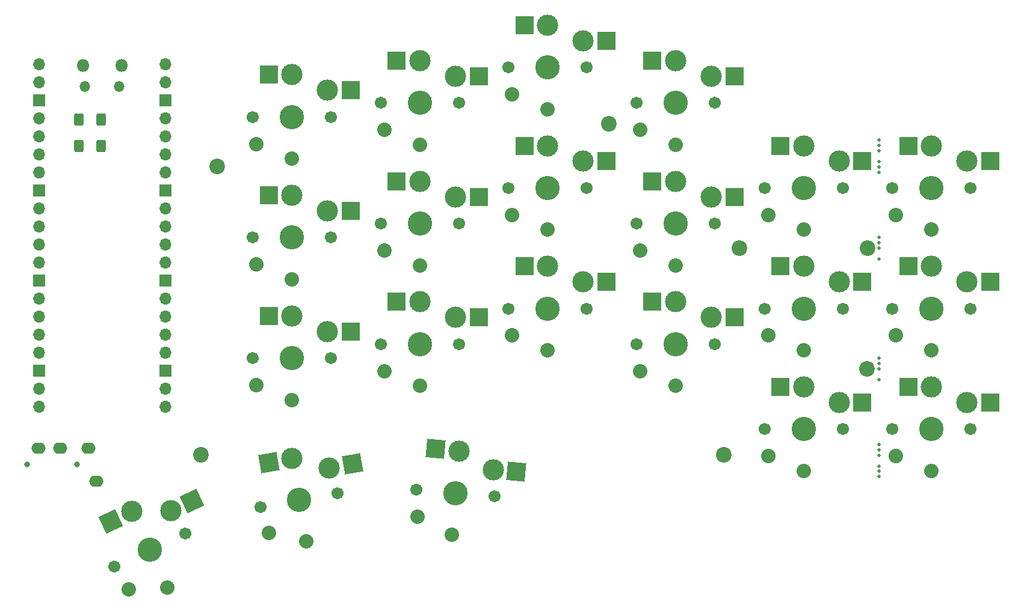
<source format=gbr>
%TF.GenerationSoftware,KiCad,Pcbnew,7.0.5*%
%TF.CreationDate,2023-07-11T21:22:30+02:00*%
%TF.ProjectId,keyboard_pcb,6b657962-6f61-4726-945f-7063622e6b69,rev1.0*%
%TF.SameCoordinates,Original*%
%TF.FileFunction,Soldermask,Bot*%
%TF.FilePolarity,Negative*%
%FSLAX46Y46*%
G04 Gerber Fmt 4.6, Leading zero omitted, Abs format (unit mm)*
G04 Created by KiCad (PCBNEW 7.0.5) date 2023-07-11 21:22:30*
%MOMM*%
%LPD*%
G01*
G04 APERTURE LIST*
G04 Aperture macros list*
%AMRoundRect*
0 Rectangle with rounded corners*
0 $1 Rounding radius*
0 $2 $3 $4 $5 $6 $7 $8 $9 X,Y pos of 4 corners*
0 Add a 4 corners polygon primitive as box body*
4,1,4,$2,$3,$4,$5,$6,$7,$8,$9,$2,$3,0*
0 Add four circle primitives for the rounded corners*
1,1,$1+$1,$2,$3*
1,1,$1+$1,$4,$5*
1,1,$1+$1,$6,$7*
1,1,$1+$1,$8,$9*
0 Add four rect primitives between the rounded corners*
20,1,$1+$1,$2,$3,$4,$5,0*
20,1,$1+$1,$4,$5,$6,$7,0*
20,1,$1+$1,$6,$7,$8,$9,0*
20,1,$1+$1,$8,$9,$2,$3,0*%
%AMRotRect*
0 Rectangle, with rotation*
0 The origin of the aperture is its center*
0 $1 length*
0 $2 width*
0 $3 Rotation angle, in degrees counterclockwise*
0 Add horizontal line*
21,1,$1,$2,0,0,$3*%
G04 Aperture macros list end*
%ADD10C,3.429000*%
%ADD11C,1.701800*%
%ADD12C,3.000000*%
%ADD13R,2.600000X2.600000*%
%ADD14C,2.032000*%
%ADD15O,1.500000X1.500000*%
%ADD16O,1.800000X1.800000*%
%ADD17O,1.700000X1.700000*%
%ADD18R,1.700000X1.700000*%
%ADD19RotRect,2.600000X2.600000X355.000000*%
%ADD20C,0.800000*%
%ADD21O,2.000000X1.600000*%
%ADD22RotRect,2.600000X2.600000X25.000000*%
%ADD23RotRect,2.600000X2.600000X10.000000*%
%ADD24RoundRect,0.250000X0.400000X0.625000X-0.400000X0.625000X-0.400000X-0.625000X0.400000X-0.625000X0*%
%ADD25C,2.200000*%
%ADD26C,0.500000*%
%ADD27RoundRect,0.250000X-0.400000X-0.625000X0.400000X-0.625000X0.400000X0.625000X-0.400000X0.625000X0*%
G04 APERTURE END LIST*
D10*
%TO.C,K25*%
X105240000Y-94000000D03*
D11*
X110740000Y-94000000D03*
D12*
X110240000Y-90250000D03*
D11*
X99740000Y-94000000D03*
D12*
X105240000Y-88050000D03*
D13*
X101965000Y-88050000D03*
D14*
X105240000Y-99900000D03*
X100240000Y-97800000D03*
D13*
X113515000Y-90250000D03*
%TD*%
D12*
%TO.C,K24*%
X128240000Y-88250000D03*
D10*
X123240000Y-92000000D03*
D12*
X123240000Y-86050000D03*
D11*
X117740000Y-92000000D03*
X128740000Y-92000000D03*
D13*
X119965000Y-86050000D03*
D14*
X123240000Y-97900000D03*
X118240000Y-95800000D03*
D13*
X131515000Y-88250000D03*
%TD*%
D10*
%TO.C,K21*%
X177240000Y-104000000D03*
D11*
X171740000Y-104000000D03*
D12*
X177240000Y-98050000D03*
D11*
X182740000Y-104000000D03*
D12*
X182240000Y-100250000D03*
D14*
X177240000Y-109900000D03*
D13*
X173965000Y-98050000D03*
D14*
X172240000Y-107800000D03*
D13*
X185515000Y-100250000D03*
%TD*%
D11*
%TO.C,K02*%
X164740000Y-58000000D03*
D10*
X159240000Y-58000000D03*
D11*
X153740000Y-58000000D03*
D12*
X159240000Y-52050000D03*
X164240000Y-54250000D03*
D13*
X155965000Y-52050000D03*
D14*
X159240000Y-63900000D03*
X154240000Y-61800000D03*
D13*
X167515000Y-54250000D03*
%TD*%
D11*
%TO.C,K10*%
X189740000Y-87000000D03*
D12*
X195240000Y-81050000D03*
D10*
X195240000Y-87000000D03*
D12*
X200240000Y-83250000D03*
D11*
X200740000Y-87000000D03*
D14*
X195240000Y-92900000D03*
D13*
X191965000Y-81050000D03*
X203515000Y-83250000D03*
D14*
X190240000Y-90800000D03*
%TD*%
D15*
%TO.C,U2*%
X76111800Y-55738000D03*
X80961800Y-55738000D03*
D16*
X81261800Y-52708000D03*
X75811800Y-52708000D03*
D17*
X69646800Y-52578000D03*
X69646800Y-55118000D03*
D18*
X69646800Y-57658000D03*
D17*
X69646800Y-60198000D03*
X69646800Y-62738000D03*
X69646800Y-65278000D03*
X69646800Y-67818000D03*
D18*
X69646800Y-70358000D03*
D17*
X69646800Y-72898000D03*
X69646800Y-75438000D03*
X69646800Y-77978000D03*
X69646800Y-80518000D03*
D18*
X69646800Y-83058000D03*
D17*
X69646800Y-85598000D03*
X69646800Y-88138000D03*
X69646800Y-90678000D03*
X69646800Y-93218000D03*
D18*
X69646800Y-95758000D03*
D17*
X69646800Y-98298000D03*
X69646800Y-100838000D03*
X87426800Y-100838000D03*
X87426800Y-98298000D03*
D18*
X87426800Y-95758000D03*
D17*
X87426800Y-93218000D03*
X87426800Y-90678000D03*
X87426800Y-88138000D03*
X87426800Y-85598000D03*
D18*
X87426800Y-83058000D03*
D17*
X87426800Y-80518000D03*
X87426800Y-77978000D03*
X87426800Y-75438000D03*
X87426800Y-72898000D03*
D18*
X87426800Y-70358000D03*
D17*
X87426800Y-67818000D03*
X87426800Y-65278000D03*
X87426800Y-62738000D03*
X87426800Y-60198000D03*
D18*
X87426800Y-57658000D03*
D17*
X87426800Y-55118000D03*
X87426800Y-52578000D03*
%TD*%
D12*
%TO.C,K04*%
X128240000Y-54250000D03*
D10*
X123240000Y-58000000D03*
D11*
X128740000Y-58000000D03*
X117740000Y-58000000D03*
D12*
X123240000Y-52050000D03*
D13*
X119965000Y-52050000D03*
D14*
X123240000Y-63900000D03*
X118240000Y-61800000D03*
D13*
X131515000Y-54250000D03*
%TD*%
D12*
%TO.C,K12*%
X164240000Y-71250000D03*
X159240000Y-69050000D03*
D11*
X164740000Y-75000000D03*
D10*
X159240000Y-75000000D03*
D11*
X153740000Y-75000000D03*
D13*
X155965000Y-69050000D03*
D14*
X159240000Y-80900000D03*
D13*
X167515000Y-71250000D03*
D14*
X154240000Y-78800000D03*
%TD*%
D12*
%TO.C,K30*%
X133547808Y-109700049D03*
D11*
X133719071Y-113479357D03*
D12*
X128758577Y-107072642D03*
D11*
X122760929Y-112520643D03*
D10*
X128240000Y-113000000D03*
D14*
X127725781Y-118877549D03*
D19*
X125496039Y-106787206D03*
D14*
X122927835Y-116349761D03*
D19*
X136810345Y-109985484D03*
%TD*%
D12*
%TO.C,K01*%
X177240000Y-64050000D03*
D11*
X182740000Y-70000000D03*
D12*
X182240000Y-66250000D03*
D11*
X171740000Y-70000000D03*
D10*
X177240000Y-70000000D03*
D13*
X173965000Y-64050000D03*
D14*
X177240000Y-75900000D03*
X172240000Y-73800000D03*
D13*
X185515000Y-66250000D03*
%TD*%
D12*
%TO.C,K14*%
X128240000Y-71250000D03*
D10*
X123240000Y-75000000D03*
D12*
X123240000Y-69050000D03*
D11*
X128740000Y-75000000D03*
X117740000Y-75000000D03*
D13*
X119965000Y-69050000D03*
D14*
X123240000Y-80900000D03*
D13*
X131515000Y-71250000D03*
D14*
X118240000Y-78800000D03*
%TD*%
D11*
%TO.C,K23*%
X135740000Y-87000000D03*
D10*
X141240000Y-87000000D03*
D12*
X141240000Y-81050000D03*
X146240000Y-83250000D03*
D11*
X146740000Y-87000000D03*
D13*
X137965000Y-81050000D03*
D14*
X141240000Y-92900000D03*
X136240000Y-90800000D03*
D13*
X149515000Y-83250000D03*
%TD*%
D12*
%TO.C,K03*%
X146240000Y-49250000D03*
D11*
X135740000Y-53000000D03*
X146740000Y-53000000D03*
D12*
X141240000Y-47050000D03*
D10*
X141240000Y-53000000D03*
D13*
X137965000Y-47050000D03*
D14*
X141240000Y-58900000D03*
D13*
X149515000Y-49250000D03*
D14*
X136240000Y-56800000D03*
%TD*%
D12*
%TO.C,K22*%
X164240000Y-88250000D03*
D11*
X164740000Y-92000000D03*
X153740000Y-92000000D03*
D10*
X159240000Y-92000000D03*
D12*
X159240000Y-86050000D03*
D14*
X159240000Y-97900000D03*
D13*
X155965000Y-86050000D03*
D14*
X154240000Y-95800000D03*
D13*
X167515000Y-88250000D03*
%TD*%
D20*
%TO.C,J1*%
X67990000Y-109000000D03*
X74990000Y-109000000D03*
D21*
X77690000Y-111300000D03*
X76590000Y-106700000D03*
X72590000Y-106700000D03*
X69590000Y-106700000D03*
%TD*%
D12*
%TO.C,K15*%
X105240000Y-71050000D03*
D10*
X105240000Y-77000000D03*
D11*
X110740000Y-77000000D03*
D12*
X110240000Y-73250000D03*
D11*
X99740000Y-77000000D03*
D14*
X105240000Y-82900000D03*
D13*
X101965000Y-71050000D03*
D14*
X100240000Y-80800000D03*
D13*
X113515000Y-73250000D03*
%TD*%
D12*
%TO.C,K32*%
X88186720Y-115488254D03*
D11*
X90224693Y-118675600D03*
D10*
X85240000Y-121000000D03*
D12*
X82725421Y-115607469D03*
D11*
X80255307Y-123324400D03*
D22*
X79757263Y-116991543D03*
D14*
X87733448Y-126347216D03*
X82314410Y-126557061D03*
D22*
X91154878Y-114104180D03*
%TD*%
D11*
%TO.C,K11*%
X182740000Y-87000000D03*
X171740000Y-87000000D03*
D12*
X177240000Y-81050000D03*
D10*
X177240000Y-87000000D03*
D12*
X182240000Y-83250000D03*
D13*
X173965000Y-81050000D03*
D14*
X177240000Y-92900000D03*
D13*
X185515000Y-83250000D03*
D14*
X172240000Y-90800000D03*
%TD*%
D10*
%TO.C,K05*%
X105240000Y-60000000D03*
D12*
X110240000Y-56250000D03*
X105240000Y-54050000D03*
D11*
X110740000Y-60000000D03*
X99740000Y-60000000D03*
D13*
X101965000Y-54050000D03*
D14*
X105240000Y-65900000D03*
X100240000Y-63800000D03*
D13*
X113515000Y-56250000D03*
%TD*%
D12*
%TO.C,K20*%
X195240000Y-98050000D03*
D10*
X195240000Y-104000000D03*
D11*
X189740000Y-104000000D03*
D12*
X200240000Y-100250000D03*
D11*
X200740000Y-104000000D03*
D14*
X195240000Y-109900000D03*
D13*
X191965000Y-98050000D03*
X203515000Y-100250000D03*
D14*
X190240000Y-107800000D03*
%TD*%
D10*
%TO.C,K13*%
X141240000Y-70000000D03*
D11*
X146740000Y-70000000D03*
D12*
X141240000Y-64050000D03*
D11*
X135740000Y-70000000D03*
D12*
X146240000Y-66250000D03*
D13*
X137965000Y-64050000D03*
D14*
X141240000Y-75900000D03*
X136240000Y-73800000D03*
D13*
X149515000Y-66250000D03*
%TD*%
D11*
%TO.C,K00*%
X200740000Y-70000000D03*
X189740000Y-70000000D03*
D12*
X195240000Y-64050000D03*
D10*
X195240000Y-70000000D03*
D12*
X200240000Y-66250000D03*
D13*
X191965000Y-64050000D03*
D14*
X195240000Y-75900000D03*
X190240000Y-73800000D03*
D13*
X203515000Y-66250000D03*
%TD*%
D10*
%TO.C,K31*%
X106240000Y-114000000D03*
D11*
X111656443Y-113044935D03*
X100823557Y-114955065D03*
D12*
X110512858Y-109438730D03*
X105206793Y-108140394D03*
D14*
X107264524Y-119810366D03*
D23*
X101981548Y-108709092D03*
X113738103Y-108870032D03*
D14*
X101975824Y-118610510D03*
%TD*%
D24*
%TO.C,R2*%
X78359600Y-64109600D03*
X75259600Y-64109600D03*
%TD*%
D25*
%TO.C,H4*%
X166040000Y-107600000D03*
%TD*%
%TO.C,H2*%
X94740000Y-67000000D03*
%TD*%
%TO.C,H4*%
X186190000Y-95500000D03*
%TD*%
D26*
%TO.C,MB1*%
X187840000Y-78500000D03*
X187840000Y-77000000D03*
X187840000Y-80000000D03*
X187840000Y-77750000D03*
%TD*%
D27*
%TO.C,R1*%
X75259600Y-60401200D03*
X78359600Y-60401200D03*
%TD*%
D26*
%TO.C,MB3*%
X187840000Y-106935200D03*
X187840000Y-109185200D03*
X187840000Y-107685200D03*
X187840000Y-109935200D03*
X187840000Y-106185200D03*
X187840000Y-110685200D03*
%TD*%
%TO.C,MB2*%
X187840000Y-94750000D03*
X187840000Y-97000000D03*
X187840000Y-94000000D03*
X187840000Y-95500000D03*
%TD*%
D25*
%TO.C,H4*%
X186240000Y-78500000D03*
%TD*%
%TO.C,H1*%
X149840000Y-61000000D03*
%TD*%
%TO.C,H3*%
X92440000Y-107600000D03*
%TD*%
%TO.C,H1*%
X168240000Y-78500000D03*
%TD*%
D26*
%TO.C,MB4*%
X187840000Y-67035200D03*
X187840000Y-64035200D03*
X187840000Y-64785200D03*
X187840000Y-66285200D03*
X187840000Y-67785200D03*
X187840000Y-63285200D03*
%TD*%
M02*

</source>
